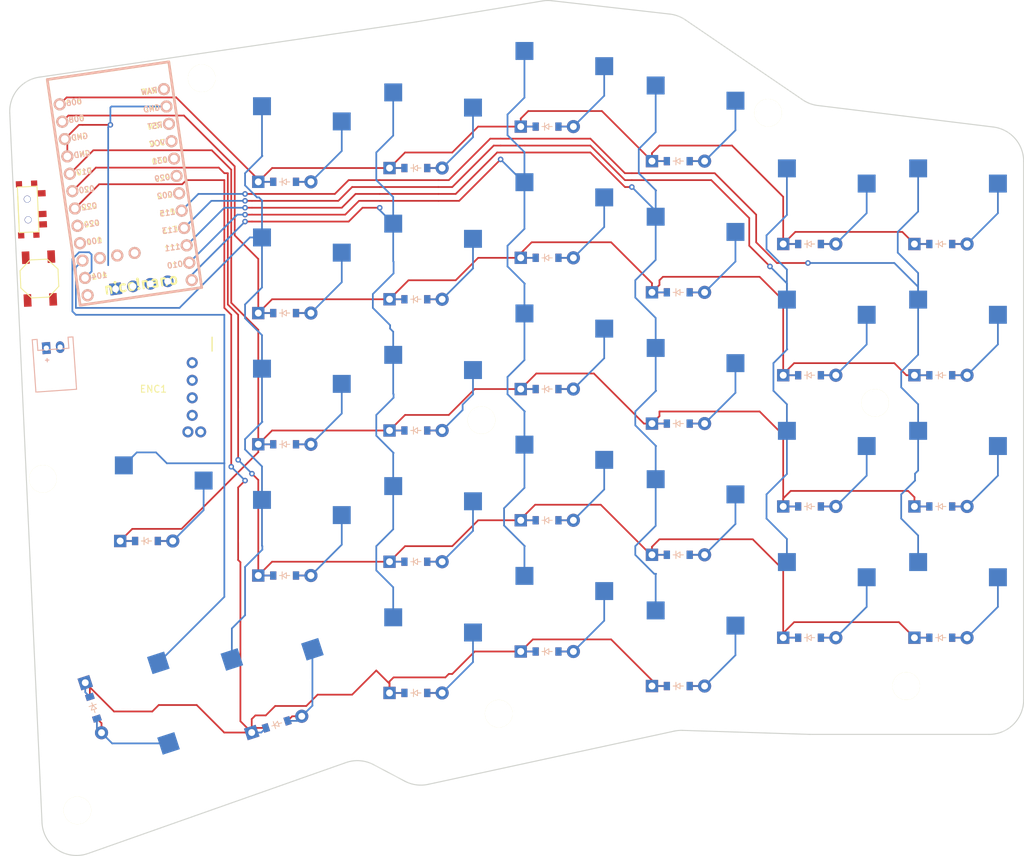
<source format=kicad_pcb>
(kicad_pcb (version 20240108) (generator "pcbnew") (generator_version "8.0")
  (title_block (title "right") (rev "v1.0.0") (company "Unknown"))
  (layers (0 "F.Cu" signal) (31 "B.Cu" signal) (34 "B.Paste" user) (35 "F.Paste" user) (36 "B.SilkS" user "B.Silkscreen") (37 "F.SilkS" user "F.Silkscreen") (38 "B.Mask" user) (39 "F.Mask" user) (44 "Edge.Cuts" user))
  (net 0 "")
  (net 1 "P115")
  (net 2 "mirror_outer_bottom")
  (net 3 "mirror_outer_home")
  (net 4 "mirror_outer_top")
  (net 5 "mirror_outer_num")
  (net 6 "P113")
  (net 7 "mirror_pinky_bottom")
  (net 8 "mirror_pinky_home")
  (net 9 "mirror_pinky_top")
  (net 10 "mirror_pinky_num")
  (net 11 "P111")
  (net 12 "mirror_ring_mod")
  (net 13 "mirror_ring_bottom")
  (net 14 "mirror_ring_home")
  (net 15 "mirror_ring_top")
  (net 16 "mirror_ring_num")
  (net 17 "P010")
  (net 18 "mirror_middle_mod")
  (net 19 "mirror_middle_bottom")
  (net 20 "mirror_middle_home")
  (net 21 "mirror_middle_top")
  (net 22 "mirror_middle_num")
  (net 23 "P009")
  (net 24 "mirror_index_mod")
  (net 25 "mirror_index_bottom")
  (net 26 "mirror_index_home")
  (net 27 "mirror_index_top")
  (net 28 "mirror_index_num")
  (net 29 "P011")
  (net 30 "mirror_inner_bottom")
  (net 31 "mirror_inner_home")
  (net 32 "mirror_inner_top")
  (net 33 "mirror_inner_num")
  (net 34 "P104")
  (net 35 "mirror_inner_mod_home")
  (net 36 "mirror_home_cluster")
  (net 37 "mirror_far_cluster")
  (net 38 "P020")
  (net 39 "P017")
  (net 40 "P008")
  (net 41 "P006")
  (net 42 "P022")
  (net 43 "RAW")
  (net 44 "GND")
  (net 45 "RST")
  (net 46 "VCC")
  (net 47 "P031")
  (net 48 "P029")
  (net 49 "P002")
  (net 50 "P024")
  (net 51 "P100")
  (net 52 "P106")
  (net 53 "P101")
  (net 54 "P102")
  (net 55 "P107")
  (net 56 "pos")
  (net 57 "S2")
  (net 58 "D")
  (footprint "E73:SPDT_C128955" (layer "F.Cu") (at 162.025 102.75 92.5)
    (property "Reference" "T1" (hide yes))
    (property "Value" "" (hide yes))
  )
  (footprint "E73:SW_TACT_ALPS_SKQGABE010" (layer "F.Cu") (at 163.725 112.75 92.5)
    (property "Reference" "B1" (hide yes))
    (property "Value" "" (hide yes))
  )
  (footprint "HOLE_M2_TH" (layer "F.Cu") (at 169.225 189.75)
    (property "Reference" "")
    (property "Value" "")
  )
  (footprint "PG1350" (layer "F.Cu") (at 218.225 91.75)
    (property "Reference" "S23" (hide yes))
    (property "Value" "" (hide yes))
  )
  (footprint "ComboDiode" (layer "F.Cu") (at 275.225 164.75)
    (property "Reference" "D5" (hide yes))
    (property "Value" "" (hide yes))
  )
  (footprint "PG1350" (layer "F.Cu") (at 237.225 142.75)
    (property "Reference" "S15" (hide yes))
    (property "Value" "" (hide yes))
  )
  (footprint "PG1350" (layer "F.Cu") (at 218.225 129.75)
    (property "Reference" "S21" (hide yes))
    (property "Value" "" (hide yes))
  )
  (footprint "ComboDiode" (layer "F.Cu") (at 294.225 126.75)
    (property "Reference" "D3" (hide yes))
    (property "Value" "" (hide yes))
  )
  (footprint "ComboDiode" (layer "F.Cu") (at 237.225 109.75)
    (property "Reference" "D17" (hide yes))
    (property "Value" "" (hide yes))
  )
  (footprint "PG1350" (layer "F.Cu") (at 275.225 121.75)
    (property "Reference" "S7" (hide yes))
    (property "Value" "" (hide yes))
  )
  (footprint "ComboDiode" (layer "F.Cu") (at 275.225 126.75)
    (property "Reference" "D7" (hide yes))
    (property "Value" "" (hide yes))
  )
  (footprint "PG1350" (layer "F.Cu") (at 199.225 93.75)
    (property "Reference" "S27" (hide yes))
    (property "Value" "" (hide yes))
  )
  (footprint "ComboDiode" (layer "F.Cu") (at 256.225 133.75)
    (property "Reference" "D11" (hide yes))
    (property "Value" "" (hide yes))
  )
  (footprint "PG1350" (layer "F.Cu") (at 179.225 145.75)
    (property "Reference" "S28" (hide yes))
    (property "Value" "" (hide yes))
  )
  (footprint "ComboDiode" (layer "F.Cu") (at 237.225 147.75)
    (property "Reference" "D15" (hide yes))
    (property "Value" "" (hide yes))
  )
  (footprint "ComboDiode" (layer "F.Cu") (at 179.225 150.75)
    (property "Reference" "D28" (hide yes))
    (property "Value" "" (hide yes))
  )
  (footprint "PG1350" (layer "F.Cu") (at 218.225 110.75)
    (property "Reference" "S22" (hide yes))
    (property "Value" "" (hide yes))
  )
  (footprint "ComboDiode" (layer "F.Cu") (at 218.225 115.75)
    (property "Reference" "D22" (hide yes))
    (property "Value" "" (hide yes))
  )
  (footprint "ComboDiode" (layer "F.Cu") (at 171.540371 174.888039 -72)
    (property "Reference" "D30" (hide yes))
    (property "Value" "" (hide yes))
  )
  (footprint "HOLE_M2_TH" (layer "F.Cu") (at 289.225 171.75)
    (property "Reference" "")
    (property "Value" "")
  )
  (footprint "PG1350" (layer "F.Cu") (at 237.225 85.75)
    (property "Reference" "S18" (hide yes))
    (property "Value" "" (hide yes))
  )
  (footprint "nice_nano" (layer "F.Cu") (at 176.225 100.25 -81.7)
    (property "Reference" "MCU1" (hide yes))
    (property "Value" "nice_nano" (hide yes))
  )
  (footprint "PG1350" (layer "F.Cu") (at 275.225 102.75)
    (property "Reference" "S8" (hide yes))
    (property "Value" "" (hide yes))
  )
  (footprint "ComboDiode" (layer "F.Cu") (at 237.225 128.75)
    (property "Reference" "D16" (hide yes))
    (property "Value" "" (hide yes))
  )
  (footprint "ComboDiode" (layer "F.Cu") (at 294.225 164.75)
    (property "Reference" "D1" (hide yes))
    (property "Value" "" (hide yes))
  )
  (footprint "PG1350" (layer "F.Cu") (at 218.225 167.75)
    (property "Reference" "S19" (hide yes))
    (property "Value" "" (hide yes))
  )
  (footprint "ComboDiode" (layer "F.Cu") (at 237.225 90.75)
    (property "Reference" "D18" (hide yes))
    (property "Value" "" (hide yes))
  )
  (footprint "PG1350" (layer "F.Cu") (at 237.225 123.75)
    (property "Reference" "S16" (hide yes))
    (property "Value" "" (hide yes))
  )
  (footprint "PG1350" (layer "F.Cu") (at 196.540849 172.547933 18)
    (property "Reference" "S29" (hide yes))
    (property "Value" "" (hide yes))
  )
  (footprint "ComboDiode" (layer "F.Cu") (at 218.225 172.75)
    (property "Reference" "D19" (hide yes))
    (property "Value" "" (hide yes))
  )
  (footprint "PG1350" (layer "F.Cu") (at 275.225 140.75)
    (property "Reference" "S6" (hide yes))
    (property "Value" "" (hide yes))
  )
  (footprint "PG1350" (layer "F.Cu") (at 275.225 159.75)
    (property "Reference" "S5" (hide yes))
    (property "Value" "" (hide yes))
  )
  (footprint "HOLE_M2_TH" (layer "F.Cu") (at 269.225 88.75)
    (property "Reference" "")
    (property "Value" "")
  )
  (footprint "PG1350" (layer "F.Cu") (at 294.225 121.75)
    (property "Reference" "S3" (hide yes))
    (property "Value" "" (hide yes))
  )
  (footprint "ComboDiode" (layer "F.Cu") (at 218.225 134.75)
    (property "Reference" "D21" (hide yes))
    (property "Value" "" (hide yes))
  )
  (footprint "PG1350" (layer "F.Cu") (at 294.225 159.75)
    (property "Reference" "S1" (hide yes))
    (property "Value" "" (hide yes))
  )
  (footprint "ComboDiode" (layer "F.Cu") (at 218.225 96.75)
    (property "Reference" "D23" (hide yes))
    (property "Value" "" (hide yes))
  )
  (footprint "ComboDiode" (layer "F.Cu") (at 199.225 155.75)
    (property "Reference" "D24" (hide yes))
    (property "Value" "" (hide yes))
  )
  (footprint "ComboDiode" (layer "F.Cu") (at 256.225 114.75)
    (property "Reference" "D12" (hide yes))
    (property "Value" "" (hide yes))
  )
  (footprint "PG1350" (layer "F.Cu") (at 256.225 128.75)
    (property "Reference" "S11" (hide yes))
    (property "Value" "" (hide yes))
  )
  (footprint "HOLE_M2_TH" (layer "F.Cu") (at 187.225 83.75)
    (property "Reference" "")
    (property "Value" "")
  )
  (footprint "PG1350" (layer "F.Cu") (at 256.225 166.75)
    (property "Reference" "S9" (hide yes))
    (property "Value" "" (hide yes))
  )
  (footprint "ComboDiode" (layer "F.Cu") (at 275.225 107.75)
    (property "Reference" "D8" (hide yes))
    (property "Value" "" (hide yes))
  )
  (footprint "PG1350" (layer "F.Cu") (at 176.295654 173.342953 -72)
    (property "Reference" "S30" (hide yes))
    (property "Value" "" (hide yes))
  )
  (footprint "PG1350" (layer "F.Cu") (at 199.225 150.75)
    (property "Reference" "S24" (hide yes))
    (property "Value" "" (hide yes))
  )
  (footprint "ComboDiode" (layer "F.Cu") (at 237.225 166.75)
    (property "Reference" "D14" (hide yes))
    (property "Value" "" (hide yes))
  )
  (footprint "ComboDiode" (layer "F.Cu") (at 218.225 153.75)
    (property "Reference" "D20" (hide yes))
    (property "Value" "" (hide yes))
  )
  (footprint "HOLE_M2_TH" (layer "F.Cu") (at 230.225 175.75)
    (property "Reference" "")
    (property "Value" "")
  )
  (footprint "ComboDiode" (layer "F.Cu") (at 256.225 95.75)
    (property "Reference" "D13" (hide yes))
    (property "Value" "" (hide yes))
  )
  (footprint "PG1350" (layer "F.Cu") (at 256.225 90.75)
    (property "Reference" "S13" (hide yes))
    (property "Value" "" (hide yes))
  )
  (footprint "HOLE_M2_TH" (layer "F.Cu") (at 284.725 130.75)
    (property "Reference" "")
    (property "Value" "")
  )
  (footprint "PG1350" (layer "F.Cu") (at 199.225 131.75)
    (property "Reference" "S25" (hide yes))
    (property "Value" "" (hide yes))
  )
  (footprint "ComboDiode" (layer "F.Cu") (at 199.225 117.75)
    (property "Reference" "D26" (hide yes))
    (property "Value" "" (hide yes))
  )
  (footprint "HOLE_M2_TH" (layer "F.Cu") (at 227.725 133.25)
    (property "Reference" "")
    (property "Value" "")
  )
  (footprint "ComboDiode" (layer "F.Cu") (at 199.225 136.75)
    (property "Reference" "D25" (hide yes))
    (property "Value" "" (hide yes))
  )
  (footprint "lib:OLED_headers" (layer "F.Cu") (at 184.225 111.25 -81.7)
    (property "Reference" "OLED1" (hide yes))
    (property "Value" "OLED")
  )
  (footprint "PG1350" (layer "F.Cu") (at 294.225 102.75)
    (property "Reference" "S4" (hide yes))
    (property "Value" "" (hide yes))
  )
  (footprint "ComboDiode" (layer "F.Cu") (at 256.225 171.75)
    (property "Reference" "D9" (hide yes))
    (property "Value" "" (hide yes))
  )
  (footprint "PG1350" (layer "F.Cu") (at 237.225 161.75)
    (property "Reference" "S14" (hide yes))
    (property "Value" "" (hide yes))
  )
  (footprint "HOLE_M2_TH" (layer "F.Cu") (at 164.225 141.75)
    (property "Reference" "")
    (property "Value" "")
  )
  (footprint "ComboDiode" (layer "F.Cu") (at 199.225 98.75)
    (property "Reference" "D27" (hide yes))
    (property "Value" "" (hide yes))
  )
  (footprint "ComboDiode" (layer "F.Cu") (at 198.085934 177.303216 18)
    (property "Reference" "D29" (hide yes))
    (property "Value" "" (hide yes))
  )
  (footprint "ComboDiode" (layer "F.Cu") (at 275.225 145.75)
    (property "Reference" "D6" (hide yes))
    (property "Value" "" (hide yes))
  )
  (footprint "PG1350" (layer "F.Cu") (at 256.225 147.75)
    (property "Reference" "S10" (hide yes))
    (property "Value" "" (hide yes))
  )
  (footprint "PG1350" (layer "F.Cu") (at 218.225 148.75)
    (property "Reference" "S20" (hide yes))
    (property "Value" "" (hide yes))
  )
  (footprint "PG1350" (layer "F.Cu") (at 294.225 140.75)
    (property "Reference" "S2" (hide yes))
    (property "Value" "" (hide yes))
  )
  (footprint "ComboDiode" (layer "F.Cu") (at 256.225 152.75)
    (property "Reference" "D10" (hide yes))
    (property "Value" "" (hide yes))
  )
  (footprint "PG1350" (layer "F.Cu") (at 237.225 104.75)
    (property "Reference" "S17" (hide yes))
    (property "Value" "" (hide yes))
  )
  (footprint "JST_PH_S2B-PH-K_02x2.00mm_Angled" (layer "F.Cu") (at 165.725 122.75 4)
    (property "Reference" "JST1" (hide yes))
    (property "Value" "" (hide yes))
  )
  (footprint "PG1350" (layer "F.Cu") (at 199.225 112.75)
    (property "Reference" "S26" (hide yes))
    (property "Value" "" (hide yes))
  )
  (footprint "ComboDiode" (layer "F.Cu") (at 294.225 145.75)
    (property "Reference" "D2" (hide yes))
    (property "Value" "" (hide yes))
  )
  (footprint "PG1350" (layer "F.Cu") (at 256.225 109.75)
    (property "Reference" "S12" (hide yes))
    (property "Value" "" (hide yes))
  )
  (footprint "Panasonic_EVQWGD001" (layer "F.Cu") (at 180.225 128.75 180)
    (property "Reference" "ENC1")
    (property "Value" "RollerEncoder_Panasonic_EVQWGD001")
  )
  (footprint "ComboDiode" (layer "F.Cu") (at 294.225 107.75)
    (property "Reference" "D4" (hide yes))
    (property "Value" "" (hide yes))
  )
  (gr_line (start 275.303928 178.75) (end 301.225 178.75) (stroke (width 0.15)) (layer "Edge.Cuts"))
  (gr_arc (start 276.429723 87.697675) (mid 275.276169 87.414106) (end 274.222063 86.866419) (stroke (width 0.15)) (layer "Edge.Cuts"))
  (gr_line (start 220.007138 185.984495) (end 255.624321 178.279936) (stroke (width 0.15)) (layer "Edge.Cuts"))
  (gr_arc (start 170.757218 195.9966) (mid 166.299737 195.42666) (end 164.100143 191.508018) (stroke (width 0.15)) (layer "Edge.Cuts"))
  (gr_arc (start 254.994482 74.460757) (mid 256.172422 74.741629) (end 257.24829 75.297453) (stroke (width 0.15)) (layer "Edge.Cuts"))
  (gr_arc (start 218.271175 75.592345) (mid 218.224965 75.599784) (end 218.178688 75.60679) (stroke (width 0.15)) (layer "Edge.Cuts"))
  (gr_line (start 236.53749 72.563982) (end 218.271175 75.592345) (stroke (width 0.15)) (layer "Edge.Cuts"))
  (gr_arc (start 255.624321 178.279937) (mid 256.22841 178.187474) (end 256.839266 178.169398) (stroke (width 0.15)) (layer "Edge.Cuts"))
  (gr_arc (start 301.83335 90.811669) (mid 304.969446 92.461046) (end 306.225 95.774522) (stroke (width 0.15)) (layer "Edge.Cuts"))
  (gr_arc (start 208.097105 182.83445) (mid 210.127603 182.563641) (end 212.096287 183.129804) (stroke (width 0.15)) (layer "Edge.Cuts"))
  (gr_line (start 254.994482 74.460757) (end 237.917476 72.528359) (stroke (width 0.15)) (layer "Edge.Cuts"))
  (gr_line (start 212.096287 183.129804) (end 216.613059 185.517781) (stroke (width 0.15)) (layer "Edge.Cuts"))
  (gr_line (start 256.839266 178.169398) (end 275.146112 178.747509) (stroke (width 0.15)) (layer "Edge.Cuts"))
  (gr_arc (start 159.430358 88.768077) (mid 160.568655 85.358745) (end 163.699903 83.593934) (stroke (width 0.15)) (layer "Edge.Cuts"))
  (gr_line (start 159.430358 88.768076) (end 164.100143 191.508018) (stroke (width 0.15)) (layer "Edge.Cuts"))
  (gr_arc (start 275.303928 178.75) (mid 275.22501 178.749377) (end 275.146112 178.747509) (stroke (width 0.15)) (layer "Edge.Cuts"))
  (gr_line (start 218.178688 75.60679) (end 163.699903 83.593934) (stroke (width 0.15)) (layer "Edge.Cuts"))
  (gr_arc (start 220.007138 185.984495) (mid 218.268877 186.050913) (end 216.613059 185.517781) (stroke (width 0.15)) (layer "Edge.Cuts"))
  (gr_arc (start 236.53749 72.563982) (mid 237.226248 72.498317) (end 237.917476 72.528359) (stroke (width 0.15)) (layer "Edge.Cuts"))
  (gr_line (start 170.757219 195.996601) (end 208.097104 182.834449) (stroke (width 0.15)) (layer "Edge.Cuts"))
  (gr_line (start 306.225 173.75) (end 306.225 95.774522) (stroke (width 0.15)) (layer "Edge.Cuts"))
  (gr_line (start 301.83335 90.811669) (end 276.429723 87.697676) (stroke (width 0.15)) (layer "Edge.Cuts"))
  (gr_arc (start 306.225 173.75) (mid 304.760534 177.285534) (end 301.225 178.75) (stroke (width 0.15)) (layer "Edge.Cuts"))
  (gr_line (start 274.222063 86.866419) (end 257.24829 75.297453) (stroke (width 0.15)) (layer "Edge.Cuts"))
  (segment (start 270.5 110.5) (end 267.5 107.5) (width 0.25) (layer "F.Cu") (net 1))
  (segment (start 248.5 97.5) (end 243.5 92.5) (width 0.25) (layer "F.Cu") (net 1))
  (segment (start 243.5 92.5) (end 230.5 92.5) (width 0.25) (layer "F.Cu") (net 1))
  (segment (start 267.5 107.5) (end 267.5 103.5) (width 0.25) (layer "F.Cu") (net 1))
  (segment (start 230.5 92.5) (end 229 92.5) (width 0.25) (layer "F.Cu") (net 1))
  (segment (start 261.5 97.5) (end 249.5 97.5) (width 0.25) (layer "F.Cu") (net 1))
  (segment (start 229 92.5) (end 223 98.5) (width 0.25) (layer "F.Cu") (net 1))
  (segment (start 213 98.5) (end 208.5 98.5) (width 0.25) (layer "F.Cu") (net 1))
  (segment (start 275 110.5) (end 270.5 110.5) (width 0.25) (layer "F.Cu") (net 1))
  (segment (start 223 98.5) (end 221.5 98.5) (width 0.25) (layer "F.Cu") (net 1))
  (segment (start 206.5 100.5) (end 194.5 100.5) (width 0.25) (layer "F.Cu") (net 1))
  (segment (start 208.5 98.5) (end 206.5 100.5) (width 0.25) (layer "F.Cu") (net 1))
  (segment (start 194.5 100.5) (end 193.5 100.5) (width 0.25) (layer "F.Cu") (net 1))
  (segment (start 221.5 98.5) (end 213 98.5) (width 0.25) (layer "F.Cu") (net 1))
  (segment (start 267.5 103.5) (end 261.5 97.5) (width 0.25) (layer "F.Cu") (net 1))
  (segment (start 249.5 97.5) (end 248.5 97.5) (width 0.25) (layer "F.Cu") (net 1))
  (via (at 275 110.5) (size 0.8) (drill 0.4) (layers "F.Cu" "B.Cu") (net 1))
  (via (at 193.5 100.5) (size 0.8) (drill 0.4) (layers "F.Cu" "B.Cu") (net 1))
  (segment (start 290.95 130.95) (end 288.5 128.5) (width 0.25) (layer "B.Cu") (net 1))
  (segment (start 287.5 110.5) (end 275 110.5) (width 0.25) (layer "B.Cu") (net 1))
  (segment (start 290.5 142) (end 290.5 141) (width 0.25) (layer "B.Cu") (net 1))
  (segment (start 290.95 113.95) (end 287.5 110.5) (width 0.25) (layer "B.Cu") (net 1))
  (segment (start 290.95 149.95) (end 288.5 147.5) (width 0.25) (layer "B.Cu") (net 1))
  (segment (start 288 106) (end 290.95 103.05) (width 0.25) (layer "B.Cu") (net 1))
  (segment (start 290.95 115.8) (end 290.95 113.95) (width 0.25) (layer "B.Cu") (net 1))
  (segment (start 288.5 147.5) (end 288.5 144) (width 0.25) (layer "B.Cu") (net 1))
  (segment (start 288.5 126.237) (end 290.95 123.787) (width 0.25) (layer "B.Cu") (net 1))
  (segment (start 288.5 128.5) (end 288.5 126.237) (width 0.25) (layer "B.Cu") (net 1))
  (segment (start 288 109) (end 288 106) (width 0.25) (layer "B.Cu") (net 1))
  (segment (start 288.5 144) (end 290.5 142) (width 0.25) (layer "B.Cu") (net 1))
  (segment (start 290.95 153.8) (end 290.95 149.95) (width 0.25) (layer "B.Cu") (net 1))
  (segment (start 193.5 100.5) (end 186.735283 100.5) (width 0.25) (layer "B.Cu") (net 1))
  (segment (start 290.95 123.787) (end 290.95 115.8) (width 0.25) (layer "B.Cu") (net 1))
  (segment (start 290.5 141) (end 290.95 140.55) (width 0.25) (layer "B.Cu") (net 1))
  (segment (start 186.735283 100.5) (end 184.315184 102.920099) (width 0.25) (layer "B.Cu") (net 1))
  (segment (start 290.95 115.8) (end 290.95 111.95) (width 0.25) (layer "B.Cu") (net 1))
  (segment (start 290.95 134.8) (end 290.95 130.95) (width 0.25) (layer "B.Cu") (net 1))
  (segment (start 290.95 140.55) (end 290.95 134.8) (width 0.25) (layer "B.Cu") (net 1))
  (segment (start 290.95 111.95) (end 288 109) (width 0.25) (layer "B.Cu") (net 1))
  (segment (start 290.95 103.05) (end 290.95 96.8) (width 0.25) (layer "B.Cu") (net 1))
  (segment (start 298.035 164.75) (end 295.875 164.75) (width 0.25) (layer "F.Cu") (net 2))
  (segment (start 298.035 164.75) (end 295.875 164.75) (width 0.25) (layer "B.Cu") (net 2))
  (segment (start 302.5 160.285) (end 298.035 164.75) (width 0.25) (layer "B.Cu") (net 2))
  (segment (start 302.5 156) (end 302.5 160.285) (width 0.25) (layer "B.Cu") (net 2))
  (segment (start 298.035 145.75) (end 295.875 145.75) (width 0.25) (layer "F.Cu") (net 3))
  (segment (start 295.875 145.75) (end 298.035 145.75) (width 0.25) (layer "B.Cu") (net 3))
  (segment (start 302.5 141.285) (end 298.035 145.75) (width 0.25) (layer "B.Cu") (net 3))
  (segment (start 302.5 137) (end 302.5 141.285) (width 0.25) (layer "B.Cu") (net 3))
  (segment (start 298.035 126.75) (end 295.875 126.75) (width 0.25) (layer "F.Cu") (net 4))
  (segment (start 298.035 126.75) (end 295.875 126.75) (width 0.25) (layer "B.Cu") (net 4))
  (segment (start 302.5 118) (end 302.5 122.285) (width 0.25) (layer "B.Cu") (net 4))
  (segment (start 302.5 122.285) (end 298.035 126.75) (width 0.25) (layer "B.Cu") (net 4))
  (segment (start 298.035 107.75) (end 295.875 107.75) (width 0.25) (layer "F.Cu") (net 5))
  (segment (start 302.5 103.285) (end 298.035 107.75) (width 0.25) (layer "B.Cu") (net 5))
  (segment (start 295.875 107.75) (end 298.035 107.75) (width 0.25) (layer "B.Cu") (net 5))
  (segment (start 302.5 99) (end 302.5 103.285) (width 0.25) (layer "B.Cu") (net 5))
  (segment (start 229.5 93.5) (end 223.5 99.5) (width 0.25) (layer "F.Cu") (net 6))
  (segment (start 194.5 101.5) (end 193.5 101.5) (width 0.25) (layer "F.Cu") (net 6))
  (segment (start 223.5 99.5) (end 221.5 99.5) (width 0.25) (layer "F.Cu") (net 6))
  (segment (start 266.5 104) (end 261 98.5) (width 0.25) (layer "F.Cu") (net 6))
  (segment (start 269.5 111) (end 266.5 108) (width 0.25) (layer "F.Cu") (net 6))
  (segment (start 248.5 98.5) (end 243.5 93.5) (width 0.25) (layer "F.Cu") (net 6))
  (segment (start 221.5 99.5) (end 213 99.5) (width 0.25) (layer "F.Cu") (net 6))
  (segment (start 234 93.5) (end 230.5 93.5) (width 0.25) (layer "F.Cu") (net 6))
  (segment (start 249.5 98.5) (end 248.5 98.5) (width 0.25) (layer "F.Cu") (net 6))
  (segment (start 209 99.5) (end 207 101.5) (width 0.25) (layer "F.Cu") (net 6))
  (segment (start 230.5 93.5) (end 229.5 93.5) (width 0.25) (layer "F.Cu") (net 6))
  (segment (start 252 98.5) (end 249.5 98.5) (width 0.25) (layer "F.Cu") (net 6))
  (segment (start 213 99.5) (end 209 99.5) (width 0.25) (layer "F.Cu") (net 6))
  (segment (start 261 98.5) (end 252 98.5) (width 0.25) (layer "F.Cu") (net 6))
  (segment (start 243.5 93.5) (end 234 93.5) (width 0.25) (layer "F.Cu") (net 6))
  (segment (start 207 101.5) (end 194.5 101.5) (width 0.25) (layer "F.Cu") (net 6))
  (segment (start 266.5 108) (end 266.5 104) (width 0.25) (layer "F.Cu") (net 6))
  (via (at 193.5 101.5) (size 0.8) (drill 0.4) (layers "F.Cu" "B.Cu") (net 6))
  (via (at 269.5 111) (size 0.8) (drill 0.4) (layers "F.Cu" "B.Cu") (net 6))
  (segment (start 269 106.5) (end 271.95 103.55) (width 0.25) (layer "B.Cu") (net 6))
  (segment (start 271.95 111.45) (end 269 108.5) (width 0.25) (layer "B.Cu") (net 6))
  (segment (start 271.95 134.8) (end 271.95 130.95) (width 0.25) (layer "B.Cu") (net 6))
  (segment (start 271.95 141.05) (end 271.95 134.8) (width 0.25) (layer "B.Cu") (net 6))
  (segment (start 271.95 115.8) (end 271.95 111.45) (width 0.25) (layer "B.Cu") (net 6))
  (segment (start 188.615343 101.5) (end 184.681848 105.433495) (width 0.25) (layer "B.Cu") (net 6))
  (segment (start 193.5 101.5) (end 188.615343 101.5) (width 0.25) (layer "B.Cu") (net 6))
  (segment (start 269 144) (end 271.95 141.05) (width 0.25) (layer "B.Cu") (net 6))
  (segment (start 272 123) (end 271.95 122.95) (width 0.25) (layer "B.Cu") (net 6))
  (segment (start 271.95 103.55) (end 271.95 96.8) (width 0.25) (layer "B.Cu") (net 6))
  (segment (start 270 125) (end 272 123) (width 0.25) (layer "B.Cu") (net 6))
  (segment (start 271.95 150.45) (end 269 147.5) (width 0.25) (layer "B.Cu") (net 6))
  (segment (start 271.95 153.8) (end 271.95 150.45) (width 0.25) (layer "B.Cu") (net 6))
  (segment (start 271.95 113.45) (end 269.5 111) (width 0.25) (layer "B.Cu") (net 6))
  (segment (start 270 129) (end 270 125) (width 0.25) (layer "B.Cu") (net 6))
  (segment (start 271.95 130.95) (end 270 129) (width 0.25) (layer "B.Cu") (net 6))
  (segment (start 269 108.5) (end 269 106.5) (width 0.25) (layer "B.Cu") (net 6))
  (segment (start 271.95 122.95) (end 271.95 115.8) (width 0.25) (layer "B.Cu") (net 6))
  (segment (start 271.95 115.8) (end 271.95 113.45) (width 0.25) (layer "B.Cu") (net 6))
  (segment (start 269 147.5) (end 269 144) (width 0.25) (layer "B.Cu") (net 6))
  (segment (start 279.035 164.75) (end 276.875 164.75) (width 0.25) (layer "F.Cu") (net 7))
  (segment (start 283.5 156) (end 283.5 160.285) (width 0.25) (layer "B.Cu") (net 7))
  (segment (start 279.035 164.75) (end 276.875 164.75) (width 0.25) (layer "B.Cu") (net 7))
  (segment (start 283.5 160.285) (end 279.035 164.75) (width 0.25) (layer "B.Cu") (net 7))
  (segment (start 279.035 145.75) (end 276.875 145.75) (width 0.25) (layer "F.Cu") (net 8))
  (segment (start 283.5 141.285) (end 279.035 145.75) (width 0.25) (layer "B.Cu") (net 8))
  (segment (start 276.875 145.75) (end 279.035 145.75) (width 0.25) (layer "B.Cu") (net 8))
  (segment (start 283.5 137) (end 283.5 141.285) (width 0.25) (layer "B.Cu") (net 8))
  (segment (start 279.035 126.75) (end 276.875 126.75) (width 0.25) (layer "F.Cu") (net 9))
  (segment (start 283.5 122.285) (end 279.035 126.75) (width 0.25) (layer "B.Cu") (net 9))
  (segment (start 279.035 126.75) (end 276.875 126.75) (width 0.25) (layer "B.Cu") (net 9))
  (segment (start 283.5 118) (end 283.5 122.285) (width 0.25) (layer "B.Cu") (net 9))
  (segment (start 279.035 107.75) (end 276.875 107.75) (width 0.25) (layer "F.Cu") (net 10))
  (segment (start 283.5 103.285) (end 279.035 107.75) (width 0.25) (layer "B.Cu") (net 10))
  (segment (start 276.875 107.75) (end 279.035 107.75) (width 0.25) (layer "B.Cu") (net 10))
  (segment (start 283.5 99) (end 283.5 103.285) (width 0.25) (layer "B.Cu") (net 10))
  (segment (start 224 100.5) (end 221.5 100.5) (width 0.25) (layer "F.Cu") (net 11))
  (segment (start 243.5 94.5) (end 230.5 94.5) (width 0.25) (layer "F.Cu") (net 11))
  (segment (start 194.5 102.5) (end 193.5 102.5) (width 0.25) (layer "F.Cu") (net 11))
  (segment (start 248.5 99.5) (end 243.5 94.5) (width 0.25) (layer "F.Cu") (net 11))
  (segment (start 207.5 102.5) (end 194.5 102.5) (width 0.25) (layer "F.Cu") (net 11))
  (segment (start 230 94.5) (end 224 100.5) (width 0.25) (layer "F.Cu") (net 11))
  (segment (start 230.5 94.5) (end 230 94.5) (width 0.25) (layer "F.Cu") (net 11))
  (segment (start 209.5 100.5) (end 207.5 102.5) (width 0.25) (layer "F.Cu") (net 11))
  (segment (start 213 100.5) (end 209.5 100.5) (width 0.25) (layer "F.Cu") (net 11))
  (segment (start 249.5 99.5) (end 248.5 99.5) (width 0.25) (layer "F.Cu") (net 11))
  (segment (start 221.5 100.5) (end 213 100.5) (width 0.25) (layer "F.Cu") (net 11))
  (via (at 193.5 102.5) (size 0.8) (drill 0.4) (layers "F.Cu" "B.Cu") (net 11))
  (via (at 249.5 99.5) (size 0.8) (drill 0.4) (layers "F.Cu" "B.Cu") (net 11))
  (segment (start 250 132) (end 253 129) (width 0.25) (layer "B.Cu") (net 11))
  (segment (start 252.95 155.55) (end 253 155.5) (width 0.25) (layer "B.Cu") (net 11))
  (segment (start 250.5 97.5) (end 253 100) (width 0.25) (layer "B.Cu") (net 11))
  (segment (start 253 155.5) (end 252.737 155.5) (width 0.25) (layer "B.Cu") (net 11))
  (segment (start 253 129) (end 252.95 128.95) (width 0.25) (layer "B.Cu") (net 11))
  (segment (start 252.95 110.05) (end 252.95 103.8) (width 0.25) (layer "B.Cu") (net 11))
  (segment (start 252.95 84.8) (end 252.95 91.55) (width 0.25) (layer "B.Cu") (net 11))
  (segment (start 252.95 122.8) (end 252.95 118.45) (width 0.25) (layer "B.Cu") (net 11))
  (segment (start 250 134) (end 250 132) (width 0.25) (layer "B.Cu") (net 11))
  (segment (start 252.95 137.05) (end 253 137) (width 0.25) (layer "B.Cu") (net 11))
  (segment (start 252.95 102.95) (end 249.5 99.5) (width 0.25) (layer "B.Cu") (net 11))
  (segment (start 252.95 91.55) (end 250.5 94) (width 0.25) (layer "B.Cu") (net 11))
  (segment (start 252.95 118.45) (end 250 115.5) (width 0.25) (layer "B.Cu") (net 11))
  (segment (start 252.95 128.95) (end 252.95 122.8) (width 0.25) (layer "B.Cu") (net 11))
  (segment (start 190.495403 102.5) (end 185.048513 107.94689) (width 0.25) (layer "B.Cu") (net 11))
  (segment (start 250 152.763) (end 250 151.5) (width 0.25) (layer "B.Cu") (net 11))
  (segment (start 252.95 148.55) (end 252.95 141.8) (width 0.25) (layer "B.Cu") (net 11))
  (segment (start 252.95 141.8) (end 252.95 137.05) (width 0.25) (layer "B.Cu") (net 11))
  (segment (start 250 115.5) (end 250 113) (width 0.25) (layer "B.Cu") (net 11))
  (segment (start 253 137) (end 250 134) (width 0.25) (layer "B.Cu") (net 11))
  (segment (start 252.95 103.8) (end 252.95 102.95) (width 0.25) (layer "B.Cu") (net 11))
  (segment (start 250 113) (end 252.95 110.05) (width 0.25) (layer "B.Cu") (net 11))
  (segment (start 252.95 100.05) (end 252.95 103.8) (width 0.25) (layer "B.Cu") (net 11))
  (segment (start 253 100) (end 252.95 100.05) (width 0.25) (layer "B.Cu") (net 11))
  (segment (start 252.95 160.8) (end 252.95 155.55) (width 0.25) (layer "B.Cu") (net 11))
  (segment (start 250.5 94) (end 250.5 97.5) (width 0.25) (layer "B.Cu") (net 11))
  (segment (start 252.737 155.5) (end 250 152.763) (width 0.25) (layer "B.Cu") (net 11))
  (segment (start 250 151.5) (end 252.95 148.55) (width 0.25) (layer "B.Cu") (net 11))
  (segment (start 193.5 102.5) (end 190.495403 102.5) (width 0.25) (layer "B.Cu") (net 11))
  (segment (start 260.035 171.75) (end 257.875 171.75) (width 0.25) (layer "F.Cu") (net 12))
  (segment (start 264.5 163) (end 264.5 167.285) (width 0.25) (layer "B.Cu") (net 12))
  (segment (start 264.5 167.285) (end 260.035 171.75) (width 0.25) (layer "B.Cu") (net 12))
  (segment (start 260.035 171.75) (end 257.875 171.75) (width 0.25) (layer "B.Cu") (net 12))
  (segment (start 260.035 152.75) (end 257.875 152.75) (width 0.25) (layer "F.Cu") (net 13))
  (segment (start 264.5 148.285) (end 260.035 152.75) (width 0.25) (layer "B.Cu") (net 13))
  (segment (start 264.5 144) (end 264.5 148.285) (width 0.25) (layer "B.Cu") (net 13))
  (segment (start 260.035 152.75) (end 257.875 152.75) (width 0.25) (layer "B.Cu") (net 13))
  (segment (start 260.035 133.75) (end 257.875 133.75) (width 0.25) (layer "F.Cu") (net 14))
  (segment (start 264.5 125) (end 264.5 129.285) (width 0.25) (layer "B.Cu") (net 14))
  (segment (start 264.5 129.285) (end 260.035 133.75) (width 0.25) (layer "B.Cu") (net 14))
  (segment (start 260.035 133.75) (end 257.875 133.75) (width 0.25) (layer "B.Cu") (net 14))
  (segment (start 260.035 114.75) (end 257.875 114.75) (width 0.25) (layer "F.Cu") (net 15))
  (segment (start 264.5 110.285) (end 260.035 114.75) (width 0.25) (layer "B.Cu") (net 15))
  (segment (start 260.035 114.75) (end 257.875 114.75) (width 0.25) (layer "B.Cu") (net 15))
  (segment (start 264.5 106) (end 264.5 110.285) (width 0.25) (layer "B.Cu") (net 15))
  (segment (start 260.035 95.75) (end 257.875 95.75) (width 0.25) (layer "F.Cu") (net 16))
  (segment (start 264.5 87) (end 264.5 91.285) (width 0.25) (layer "B.Cu") (net 16))
  (segment (start 260.035 95.75) (end 257.875 95.75) (width 0.25) (layer "B.Cu") (net 16))
  (segment (start 264.5 91.285) (end 260.035 95.75) (width 0.25) (layer "B.Cu") (net 16))
  (segment (start 210 101.5) (end 208 103.5) (width 0.25) (layer "F.Cu") (net 17))
  (segment (start 213 101.5) (end 210 101.5) (width 0.25) (layer "F.Cu") (net 17))
  (segment (start 208 103.5) (end 194.5 103.5) (width 0.25) (layer "F.Cu") (net 17))
  (segment (start 230.5 95.5) (end 224.5 101.5) (width 0.25) (layer "F.Cu") (net 17))
  (segment (start 221.5 101.5) (end 213 101.5) (width 0.25) (layer "F.Cu") (net 17))
  (segment (start 194.5 103.5) (end 193.5 103.5) (width 0.25) (layer "F.Cu") (net 17))
  (segment (start 224.5 101.5) (end 221.5 101.5) (width 0.25) (layer "F.Cu") (net 17))
  (via (at 193.5 103.5) (size 0.8) (drill 0.4) (layers "F.Cu" "B.Cu") (net 17))
  (via (at 230.5 95.5) (size 0.8) (drill 0.4) (layers "F.Cu" "B.Cu") (net 17))
  (segment (start 231 148.5) (end 231 146) (width 0.25) (layer "B.Cu") (net 17))
  (segment (start 233.95 94.45) (end 231.5 92) (width 0.25) (layer "B.Cu") (net 17))
  (segment (start 231.5 92) (end 231.5 89) (width 0.25) (layer "B.Cu") (net 17))
  (segment (start 231 146) (end 233.95 143.05) (width 0.25) (layer "B.Cu") (net 17))
  (segment (start 233.95 132.05) (end 234 132) (width 0.25) (layer "B.Cu") (net 17))
  (segment (start 234 113.5) (end 231.5 111) (width 0.25) (layer "B.Cu") (net 17))
  (segment (start 233.95 136.8) (end 233.95 132.05) (width 0.25) (layer "B.Cu") (net 17))
  (segment (start 233.95 98.8) (end 233.95 94.45) (width 0.25) (layer "B.Cu") (net 17))
  (segment (start 233.95 113.55) (end 234 113.5) (width 0.25) (layer "B.Cu") (net 17))
  (segment (start 233.8 98.8) (end 230.5 95.5) (width 0.25) (layer "B.Cu") (net 17))
  (segment (start 233.95 117.8) (end 233.95 113.55) (width 0.25) (layer "B.Cu") (net 17))
  (segment (start 234 132) (end 231.5 129.5) (width 0.25) (layer "B.Cu") (net 17))
  (segment (start 231.5 111) (end 231.5 108) (width 0.25) (layer "B.Cu") (net 17))
  (segment (start 231.5 89) (end 233.95 86.55) (width 0.25) (layer "B.Cu") (net 17))
  (segment (start 231.5 127) (end 233.95 124.55) (width 0.25) (layer "B.Cu") (net 17))
  (segment (start 192.375464 103.5) (end 185.415178 110.460286) (width 0.25) (layer "B.Cu") (net 17))
  (segment (start 233.95 143.05) (end 233.95 136.8) (width 0.25) (layer "B.Cu") (net 17))
  (segment (start 231.5 129.5) (end 231.5 127) (width 0.25) (layer "B.Cu") (net 17))
  (segment (start 233.95 155.8) (end 233.95 151.55) (width 0.25) (layer "B.Cu") (net 17))
  (segment (start 193.5 103.5) (end 192.375464 103.5) (width 0.25) (layer "B.Cu") (net 17))
  (segment (start 234 151.5) (end 231 148.5) (width 0.25) (layer "B.Cu") (net 17))
  (segment (start 233.95 98.8) (end 233.8 98.8) (width 0.25) (layer "B.Cu") (net 17))
  (segment (start 233.95 151.55) (end 234 151.5) (width 0.25) (layer "B.Cu") (net 17))
  (segment (start 233.95 86.55) (end 233.95 79.8) (width 0.25) (layer "B.Cu") (net 17))
  (segment (start 233.95 124.55) (end 233.95 117.8) (width 0.25) (layer "B.Cu") (net 17))
  (segment (start 231.5 108) (end 233.95 105.55) (width 0.25) (layer "B.Cu") (net 17))
  (segment (start 233.95 105.55) (end 233.95 98.8) (width 0.25) (layer "B.Cu") (net 17))
  (segment (start 241.035 166.75) (end 238.875 166.75) (width 0.25) (layer "F.Cu") (net 18))
  (segment (start 238.875 166.75) (end 241.035 166.75) (width 0.25) (layer "B.Cu") (net 18))
  (segment (start 245.5 158) (end 245.5 162.285) (width 0.25) (layer "B.Cu") (net 18))
  (segment (start 245.5 162.285) (end 241.035 166.75) (width 0.25) (layer "B.Cu") (net 18))
  (segment (start 241.035 147.75) (end 238.875 147.75) (width 0.25) (layer "F.Cu") (net 19))
  (segment (start 245.5 143.285) (end 241.035 147.75) (width 0.25) (layer "B.Cu") (net 19))
  (segment (start 245.5 139) (end 245.5 143.285) (width 0.25) (layer "B.Cu") (net 19))
  (segment (start 238.875 147.75) (end 241.035 147.75) (width 0.25) (layer "B.Cu") (net 19))
  (segment (start 241.035 128.75) (end 238.875 128.75) (width 0.25) (layer "F.Cu") (net 20))
  (segment (start 245.5 124.285) (end 241.035 128.75) (width 0.25) (layer "B.Cu") (net 20))
  (segment (start 238.875 128.75) (end 241.035 128.75) (width 0.25) (layer "B.Cu") (net 20))
  (segment (start 245.5 120) (end 245.5 124.285) (width 0.25) (layer "B.Cu") (net 20))
  (segment (start 241.035 109.75) (end 238.875 109.75) (width 0.25) (layer "F.Cu") (net 21))
  (segment (start 245.5 105.285) (end 241.035 109.75) (width 0.25) (layer "B.Cu") (net 21))
  (segment (start 238.875 109.75) (end 241.035 109.75) (width 0.25) (layer "B.Cu") (net 21))
  (segment (start 245.5 101) (end 245.5 105.285) (width 0.25) (layer "B.Cu") (net 21))
  (segment (start 241.035 90.75) (end 238.875 90.75) (width 0.25) (layer "F.Cu") (net 22))
  (segment (start 245.5 82) (end 245.5 86.285) (width 0.25) (layer "B.Cu") (net 22))
  (segment (start 238.875 90.75) (end 241.035 90.75) (width 0.25) (layer "B.Cu") (net 22))
  (segment (start 245.5 86.285) (end 241.035 90.75) (width 0.25) (layer "B.Cu") (net 22))
  (segment (start 210.5 102.5) (end 208.5 104.5) (width 0.25) (layer "F.Cu") (net 23))
  (segment (start 194.5 104.5) (end 193.5 104.5) (width 0.25) (layer "F.Cu") (net 23))
  (segment (start 208.5 104.5) (end 194.5 104.5) (width 0.25) (layer "F.Cu") (net 23))
  (segment (start 213 102.5) (end 210.5 102.5) (width 0.25) (layer "F.Cu") (net 23))
  (via (at 213 102.5) (size 0.8) (drill 0.4) (layers "F.Cu" "B.Cu") (net 23))
  (via (at 193.5 104.5) (size 0.8) (drill 0.4) (layers "F.Cu" "B.Cu") (net 23))
  (segment (start 214.5 120) (end 214.95 120.45) (width 0.25) (layer "B.Cu") (net 23))
  (segment (start 214.95 104.8) (end 214.95 110.258684) (width 0.25) (layer "B.Cu") (net 23))
  (segment (start 214.95 85.8) (end 214.95 92.05) (width 0.25) (layer "B.Cu") (net 23))
  (segment (start 212.5 151.5) (end 214.95 149.05) (width 0.25) (layer "B.Cu") (net 23))
  (segment (start 214.95 129.45) (end 214.95 123.8) (width 0.25) (layer "B.Cu") (net 23))
  (segment (start 214.95 157.45) (end 212.5 155) (width 0.25) (layer "B.Cu") (net 23))
  (segment (start 212 117) (end 214.5 119.5) (width 0.25) (layer "B.Cu") (net 23))
  (segment (start 212.5 135.5) (end 212.5 132.5) (width 0.25) (layer "B.Cu") (net 23))
  (segment (start 212.5 98.5) (end 214.95 100.95) (width 0.25) (layer "B.Cu") (net 23))
  (segment (start 214.95 110.258684) (end 215 110.308684) (width 0.25) (layer "B.Cu") (net 23))
  (segment (start 214.95 142.8) (end 214.95 138.05) (width 0.25) (layer "B.Cu") (net 23))
  (segment (start 214.95 138.05) (end 215 138) (width 0.25) (layer "B.Cu") (net 23))
  (segment (start 214.95 100.95) (end 214.95 104.8) (width 0.25) (layer "B.Cu") (net 23))
  (segment (start 214.95 92.05) (end 212.5 94.5) (width 0.25) (layer "B.Cu") (net 23))
  (segment (start 214.95 120.45) (end 214.95 123.8) (width 0.25) (layer "B.Cu") (net 23))
  (segment (start 215 110.308684) (end 215 112) (width 0.25) (layer "B.Cu") (net 23))
  (segment (start 215 129.5) (end 214.95 129.45) (width 0.25) (layer "B.Cu") (net 23))
  (segment (start 214.95 104.8) (end 213 102.85) (width 0.25) (layer "B.Cu") (net 23))
  (segment (start 185.781843 112.218157) (end 185.781843 112.973681) (width 0.25) (layer "B.Cu") (net 23))
  (segment (start 214.95 161.8) (end 214.95 157.45) (width 0.25) (layer "B.Cu") (net 23))
  (segment (start 212.5 94.5) (end 212.5 98.5) (width 0.25) (layer "B.Cu") (net 23))
  (segment (start 212.5 155) (end 212.5 151.5) (width 0.25) (layer "B.Cu") (net 23))
  (segment (start 213 102.85) (end 213 102.5) (width 0.25) (layer "B.Cu") (net 23))
  (segment (start 214.5 119.5) (end 214.5 120) (width 0.25) (layer "B.Cu") (net 23))
  (segment (start 212.5 132.5) (end 215 130) (width 0.25) (layer "B.Cu") (net 23))
  (segment (start 215 130) (end 215 129.5) (width 0.25) (layer "B.Cu") (net 23))
  (segment (start 193.5 104.5) (end 185.781843 112.218157) (width 0.25) (layer "B.Cu") (net 23))
  (segment (start 212 115) (end 212 117) (width 0.25) (layer "B.Cu") (net 23))
  (segment (start 215 138) (end 212.5 135.5) (width 0.25) (layer "B.Cu") (net 23))
  (segment (start 215 112) (end 212 115) (width 0.25) (layer "B.Cu") (net 23))
  (segment (start 214.95 149.05) (end 214.95 142.8) (width 0.25) (layer "B.Cu") (net 23))
  (segment (start 222.035 172.75) (end 219.875 172.75) (width 0.25) (layer "F.Cu") (net 24))
  (segment (start 219.875 172.75) (end 222.035 172.75) (width 0.25) (layer "B.Cu") (net 24))
  (segment (start 226.5 168.285) (end 222.035 172.75) (width 0.25) (layer "B.Cu") (net 24))
  (segment (start 226.5 164) (end 226.5 168.285) (width 0.25) (layer "B.Cu") (net 24))
  (segment (start 222.035 153.75) (end 219.875 153.75) (width 0.25) (layer "F.Cu") (net 25))
  (segment (start 219.875 153.75) (end 222.035 153.75) (width 0.25) (layer "B.Cu") (net 25))
  (segment (start 226.5 149.285) (end 222.035 153.75) (width 0.25) (layer "B.Cu") (net 25))
  (segment (start 226.5 145) (end 226.5 149.285) (width 0.25) (layer "B.Cu") (net 25))
  (segment (start 222.035 134.75) (end 219.875 134.75) (width 0.25) (layer "F.Cu") (net 26))
  (segment (start 225 131) (end 225 131.785) (width 0.25) (layer "B.Cu") (net 26))
  (segment (start 226.5 129.5) (end 225 131) (width 0.25) (layer "B.Cu") (net 26))
  (segment (start 226.5 126) (end 226.5 129.5) (width 0.25) (layer "B.Cu") (net 26))
  (segment (start 219.875 134.75) (end 222.035 134.75) (width 0.25) (layer "B.Cu") (net 26))
  (segment (start 225 131.785) (end 222.035 134.75) (width 0.25) (layer "B.Cu") (net 26))
  (segment (start 222.035 115.75) (end 219.875 115.75) (width 0.25) (layer "F.Cu") (net 27))
  (segment (start 226.5 111.285) (end 222.035 115.75) (width 0.25) (layer "B.Cu") (net 27))
  (segment (start 219.875 115.75) (end 222.035 115.75) (width 0.25) (layer "B.Cu") (net 27))
  (segment (start 226.5 107) (end 226.5 111.285) (width 0.25) (layer "B.Cu") (net 27))
  (segment (start 222.035 96.75) (end 219.875 96.75) (width 0.25) (layer "F.Cu") (net 28))
  (segment (start 226.5 92.285) (end 222.035 96.75) (width 0.25) (layer "B.Cu") (net 28))
  (segment (start 226.5 88) (end 226.5 92.285) (width 0.25) (layer "B.Cu") (net 28))
  (segment (start 219.875 96.75) (end 222.035 96.75) (width 0.25) (layer "B.Cu") (net 28))
  (segment (start 195.5 101) (end 195.237 101) (width 0.25) (layer "B.Cu") (net 29))
  (segment (start 193.5 137.5) (end 193.5 136) (width 0.25) (layer "B.Cu") (net 29))
  (segment (start 195.237 101) (end 193.5 99.263) (width 0.25) (layer "B.Cu") (net 29))
  (segment (start 191.587488 163.412512) (end 193.5 161.5) (width 0.25) (layer "B.Cu") (net 29))
  (segment (start 195.95 144.8) (end 195.95 139.95) (width 0.25) (layer "B.Cu") (net 29))
  (segment (start 195.95 133.45) (end 195.95 125.8) (width 0.25) (layer "B.Cu") (net 29))
  (segment (start 196 133.5) (end 195.95 133.45) (width 0.25) (layer "B.Cu") (net 29))
  (segment (start 196 101.5) (end 195.5 101) (width 0.25) (layer "B.Cu") (net 29))
  (segment (start 193.5 97.5) (end 196 95) (width 0.25) (layer "B.Cu") (net 29))
  (segment (start 184 117) (end 169 117) (width 0.25) (layer "B.Cu") (net 29))
  (segment (start 193.5 136) (end 196 133.5) (width 0.25) (layer "B.Cu") (net 29))
  (segment (start 195.95 106.8) (end 194.2 106.8) (width 0.25) (layer "B.Cu") (net 29))
  (segment (start 191.587488 167.901177) (end 191.587488 163.412512) (width 0.25) (layer "B.Cu") (net 29))
  (segment (start 194.2 106.8) (end 184 117) (width 0.25) (layer "B.Cu") (net 29))
  (segment (start 193.5 161.5) (end 193.5 154.5) (width 0.25) (layer "B.Cu") (net 29))
  (segment (start 195.95 151.45) (end 195.95 144.8) (width 0.25) (layer "B.Cu") (net 29))
  (segment (start 195.95 101.55) (end 196 101.5) (width 0.25) (layer "B.Cu") (net 29))
  (segment (start 169 117) (end 169 111.115019) (width 0.25) (layer "B.Cu") (net 29))
  (segment (start 196 151.5) (end 195.95 151.45) (width 0.25) (layer "B.Cu") (net 29))
  (segment (start 193.5 116.5) (end 195.95 114.05) (width 0.25) (layer "B.Cu") (net 29))
  (segment (start 196 95) (end 195.95 94.95) (width 0.25) (layer "B.Cu") (net 29))
  (segment (start 195.95 94.95) (end 195.95 87.8) (width 0.25) (layer "B.Cu") (net 29))
  (segment (start 193.5 99.263) (end 193.5 97.5) (width 0.25) (layer "B.Cu") (net 29))
  (segment (start 196 152) (end 196 151.5) (width 0.25) (layer "B.Cu") (net 29))
  (segment (start 193.5 118.5) (end 193.5 116.5) (width 0.25) (layer "B.Cu") (net 29))
  (segment (start 193.5 154.5) (end 196 152) (width 0.25) (layer "B.Cu") (net 29))
  (segment (start 195.95 125.8) (end 195.95 120.95) (width 0.25) (layer "B.Cu") (net 29))
  (segment (start 195.95 139.95) (end 193.5 137.5) (width 0.25) (layer "B.Cu") (net 29))
  (segment (start 195.95 114.05) (end 195.95 106.8) (width 0.25) (layer "B.Cu") (net 29))
  (segment (start 169 111.115019) (end 169.96814 110.146879) (width 0.25) (layer "B.Cu") (net 29))
  (segment (start 195.95 106.8) (end 195.95 101.55) (width 0.25) (layer "B.Cu") (net 29))
  (segment (start 195.95 120.95) (end 193.5 118.5) (width 0.25) (layer "B.Cu") (net 29))
  (segment (start 203.035 155.75) (end 200.875 155.75) (width 0.25) (layer "F.Cu") (net 30))
  (segment (start 200.875 155.75) (end 203.035 155.75) (width 0.25) (layer "B.Cu") (net 30))
  (segment (start 207.5 147) (end 207.5 151.285) (width 0.25) (layer "B.Cu") (net 30))
  (segment (start 207.5 151.285) (end 203.035 155.75) (width 0.25) (layer "B.Cu") (net 30))
  (segment (start 203.035 136.75) (end 200.875 136.75) (width 0.25) (layer "F.Cu") (net 31))
  (segment (start 207.5 132.285) (end 203.035 136.75) (width 0.25) (layer "B.Cu") (net 31))
  (segment (start 200.875 136.75) (end 203.035 136.75) (width 0.25) (layer "B.Cu") (net 31))
  (segment (start 207.5 128) (end 207.5 132.285) (width 0.25) (layer "B.Cu") (net 31))
  (segment (start 203.035 117.75) (end 200.875 117.75) (width 0.25) (layer "F.Cu") (net 32))
  (segment (start 207.5 113.285) (end 203.035 117.75) (width 0.25) (layer "B.Cu") (net 32))
  (segment (start 207.5 109) (end 207.5 113.285) (width 0.25) (layer "B.Cu") (net 32))
  (segment (start 200.875 117.75) (end 203.035 117.75) (width 0.25) (layer "B.Cu") (net 32))
  (segment (start 203.035 98.75) (end 200.875 98.75) (width 0.25) (layer "F.Cu") (net 33))
  (segment (start 207.5 90) (end 207.5 94.285) (width 0.25) (layer "B.Cu") (net 33))
  (segment (start 207.5 94.285) (end 203.035 98.75) (width 0.25) (layer "B.Cu") (net 33))
  (segment (start 200.875 98.75) (end 203.035 98.75) (width 0.25) (layer "B.Cu") (net 33))
  (segment (start 168.5 117.5) (end 168.5 109.916124) (width 0.25) (layer "B.Cu") (net 34))
  (segment (start 190.5 139.5) (end 182.17665 139.5) (width 0.25) (layer "B.Cu") (net 34))
  (segment (start 177.825 137.925) (end 175.95 139.8) (width 0.25) (layer "B.Cu") (net 34))
  (segment (start 190.5 139.5) (end 190.5 118) (width 0.25) (layer "B.Cu") (net 34))
  (segment (start 169 118) (end 168.5 117.5) (width 0.25) (layer "B.Cu") (net 34))
  (segment (start 171.280236 111.714843) (end 170.334805 112.660274) (width 0.25) (layer "B.Cu") (net 34))
  (segment (start 190.5 118) (end 169 118) (width 0.25) (layer "B.Cu") (net 34))
  (segment (start 190.5 158.832002) (end 190.5 139.5) (width 0.25) (layer "B.Cu") (net 34))
  (segment (start 182.17665 139.5) (end 180.60165 137.925) (width 0.25) (layer "B.Cu") (net 34))
  (segment (start 168.5 109.916124) (end 169.470545 108.945579) (width 0.25) (layer "B.Cu") (net 34))
  (segment (start 171.280236 109.280236) (end 171.280236 111.714843) (width 0.25) (layer "B.Cu") (net 34))
  (segment (start 180.94241 168.389592) (end 190.5 158.832002) (width 0.25) (layer "B.Cu") (net 34))
  (segment (start 169.470545 108.945579) (end 170.945579 108.945579) (width 0.25) (layer "B.Cu") (net 34))
  (segment (start 180.60165 137.925) (end 177.825 137.925) (width 0.25) (layer "B.Cu") (net 34))
  (segment (start 170.945579 108.945579) (end 171.280236 109.280236) (width 0.25) (layer "B.Cu") (net 34))
  (segment (start 183.035 150.75) (end 180.875 150.75) (width 0.25) (layer "F.Cu") (net 35))
  (segment (start 187.5 142) (end 187.5 146.285) (width 0.25) (layer "B.Cu") (net 35))
  (segment (start 180.875 150.75) (end 183.035 150.75) (width 0.25) (layer "B.Cu") (net 35))
  (segment (start 187.5 146.285) (end 183.035 150.75) (width 0.25) (layer "B.Cu") (net 35))
  (segment (start 200.322654 176.125861) (end 199.655177 176.793338) (width 0.25) (layer "F.Cu") (net 36))
  (segment (start 201.709459 176.125861) (end 200.322654 176.125861) (width 0.25) (layer "F.Cu") (net 36))
  (segment (start 203.252028 166.424355) (end 203.252028 174.583292) (width 0.25) (layer "B.Cu") (net 36))
  (segment (start 199.655177 176.793338) (end 201.041982 176.793338) (width 0.25) (layer "B.Cu") (net 36))
  (segment (start 201.041982 176.793338) (end 201.709459 176.125861) (width 0.25) (layer "B.Cu") (net 36))
  (segment (start 203.252028 174.583292) (end 201.709459 176.125861) (width 0.25) (layer "B.Cu") (net 36))
  (segment (start 172.717726 178.511564) (end 172.717726 177.124759) (width 0.25) (layer "F.Cu") (net 37))
  (segment (start 172.717726 177.124759) (end 172.050249 176.457282) (width 0.25) (layer "F.Cu") (net 37))
  (segment (start 174.260294 180.054132) (end 172.717726 178.511564) (width 0.25) (layer "B.Cu") (net 37))
  (segment (start 182.419232 180.054132) (end 174.260294 180.054132) (width 0.25) (layer "B.Cu") (net 37))
  (segment (start 172.050249 176.457282) (end 172.050249 177.844087) (width 0.25) (layer "B.Cu") (net 37))
  (segment (start 172.050249 177.844087) (end 172.717726 178.511564) (width 0.25) (layer "B.Cu") (net 37))
  (segment (start 254.575 152.75) (end 252.415 152.75) (width 0.25) (layer "F.Cu") (net 38))
  (segment (start 233.415 147.75) (end 227.25 147.75) (width 0.25) (layer "F.Cu") (net 38))
  (segment (start 195.415 155.75) (end 195.415 141.915) (width 0.25) (layer "F.Cu") (net 38))
  (segment (start 197.415 153.75) (end 195.415 155.75) (width 0.25) (layer "F.Cu") (net 38))
  (segment (start 245 145.5) (end 235.5 145.5) (width 0.25) (layer "F.Cu") (net 38))
  (segment (start 189.692008 96.692008) (end 171.902769 96.692008) (width 0.25) (layer "F.Cu") (net 38))
  (segment (start 292.575 164.75) (end 290.415 164.75) (width 0.25) (layer "F.Cu") (net 38))
  (segment (start 216.665 151.5) (end 214.415 153.75) (width 0.25) (layer "F.Cu") (net 38))
  (segment (start 273.575 164.75) (end 271.415 164.75) (width 0.25) (layer "F.Cu") (net 38))
  (segment (start 191 97.5) (end 190.5 97.5) (width 0.25) (layer "F.Cu") (net 38))
  (segment (start 216.575 153.75) (end 214.415 153.75) (width 0.25) (layer "F.Cu") (net 38))
  (segment (start 288.165 162.5) (end 273 162.5) (width 0.25) (layer "F.Cu") (net 38))
  (segment (start 227.25 147.75) (end 223.5 151.5) (width 0.25) (layer "F.Cu") (net 38))
  (segment (start 192.5 118) (end 191 116.5) (width 0.25) (layer "F.Cu") (net 38))
  (segment (start 273 162.5) (end 271.415 164.085) (width 0.25) (layer "F.Cu") (net 38))
  (segment (start 252.415 152.75) (end 252.25 152.75) (width 0.25) (layer "F.Cu") (net 38))
  (segment (start 253.5 150.5) (end 252.415 151.585) (width 0.25) (layer "F.Cu") (net 38))
  (segment (start 233.415 147.585) (end 233.415 147.75) (width 0.25) (layer "F.Cu") (net 38))
  (segment (start 192.5 139) (end 192.4991 138.9991) (width 0.25) (layer "F.Cu") (net 38))
  (segment (start 223.5 151.5) (end 216.665 151.5) (width 0.25) (layer "F.Cu") (net 38))
  (segment (start 214.415 153.75) (end 197.415 153.75) (width 0.25) (layer "F.Cu") (net 38))
  (segment (start 252.415 151.585) (end 252.415 152.75) (width 0.25) (layer "F.Cu") (net 38))
  (segment (start 197.575 155.75) (end 195.415 155.75) (width 0.25) (layer "F.Cu") (net 38))
  (segment (start 235.5 145.5) (end 233.415 147.585) (width 0.25) (layer "F.Cu") (net 38))
  (segment (start 190.5 97.5) (end 189.692008 96.692008) (width 0.25) (layer "F.Cu") (net 38))
  (segment (start 192.4991 118.0009) (end 192.5 118) (width 0.25) (layer "F.Cu") (net 38))
  (segment (start 290.415 164.75) (end 288.165 162.5) (width 0.25) (layer "F.Cu") (net 38))
  (segment (start 195.415 141.915) (end 194.5 141) (width 0.25) (layer "F.Cu") (net 38))
  (segment (start 271.415 164.085) (end 271.415 164.75) (width 0.25) (layer "F.Cu") (net 38))
  (segment (start 171.902769 96.692008) (end 168.501481 100.093296) (width 0.25) (layer "F.Cu") (net 38))
  (segment (start 235.575 147.75) (end 233.415 147.75) (width 0.25) (layer "F.Cu") (net 38))
  (segment (start 271.415 154.915) (end 267 150.5) (width 0.25) (layer "F.Cu") (net 38))
  (segment (start 252.25 152.75) (end 245 145.5) (width 0.25) (layer "F.Cu") (net 38))
  (segment (start 192.4991 138.9991) (end 192.4991 118.0009) (width 0.25) (layer "F.Cu") (net 38))
  (segment (start 271.415 164.75) (end 271.415 154.915) (width 0.25) (layer "F.Cu") (net 38))
  (segment (start 267 150.5) (end 253.5 150.5) (width 0.25) (layer "F.Cu") (net 38))
  (segment (start 191 116.5) (end 191 97.5) (width 0.25) (layer "F.Cu") (net 38))
  (via (at 192.5 139) (size 0.8) (drill 0.4) (layers "F.Cu" "B.Cu") (net 38))
  (via (at 194.5 141) (size 0.8) (drill 0.4) (layers "F.Cu" "B.Cu") (net 38))
  (segment (start 273.575 164.75) (end 271.415 164.75) (width 0.25) (layer "B.Cu") (net 38))
  (segment (start 292.575 164.75) (end 290.415 164.75) (width 0.25) (layer "B.Cu") (net 38))
  (segment (start 194.5 141) (end 192.5 139) (width 0.25) (layer "B.Cu") (net 38))
  (segment (start 254.575 152.75) (end 252.415 152.75) (width 0.25) (layer "B.Cu") (net 38))
  (segment (start 195.415 155.75) (end 197.575 155.75) (width 0.25) (layer "B.Cu") (net 38))
  (segment (start 214.415 153.75) (end 216.575 153.75) (width 0.25) (layer "B.Cu") (net 38))
  (segment (start 233.415 147.75) (end 235.575 147.75) (width 0.25) (layer "B.Cu") (net 38))
  (segment (start 271.415 135.415) (end 268 132) (width 0.25) (layer "F.Cu") (net 39))
  (segment (start 254.575 133.75) (end 252.415 133.75) (width 0.25) (layer "F.Cu") (net 39))
  (segment (start 195.415 136.75) (end 195.415 137.889) (width 0.25) (layer "F.Cu") (net 39))
  (segment (start 177.575 150.75) (end 175.415 150.75) (width 0.25) (layer "F.Cu") (net 39))
  (segment (start 273.575 145.75) (end 271.415 145.75) (width 0.25) (layer "F.Cu") (net 39))
  (segment (start 195.415 136.75) (end 195.415 120.178) (width 0.25) (layer "F.Cu") (net 39))
  (segment (start 244 126.5) (end 235.665 126.5) (width 0.25) (layer "F.Cu") (net 39))
  (segment (start 197.575 136.75) (end 195.415 136.75) (width 0.25) (layer "F.Cu") (net 39))
  (segment (start 272.5 143.5) (end 271.415 144.585) (width 0.25) (layer "F.Cu") (net 39))
  (segment (start 171.536105 94.178612) (end 168.134816 97.579901) (width 0.25) (layer "F.Cu") (net 39))
  (segment (start 271.415 145.75) (end 271.415 135.415) (width 0.25) (layer "F.Cu") (net 39))
  (segment (start 177.165 149) (end 175.415 150.75) (width 0.25) (layer "F.Cu") (net 39))
  (segment (start 191.5 97) (end 188.678612 94.178612) (width 0.25) (layer "F.Cu") (net 39))
  (segment (start 233.415 128.75) (end 226.75 128.75) (width 0.25) (layer "F.Cu") (net 39))
  (segment (start 235.575 128.75) (end 233.415 128.75) (width 0.25) (layer "F.Cu") (net 39))
  (segment (start 216.575 134.75) (end 214.415 134.75) (width 0.25) (layer "F.Cu") (net 39))
  (segment (start 191.5 116.263) (end 191.5 97) (width 0.25) (layer "F.Cu") (net 39))
  (segment (start 216.665 132.5) (end 214.415 134.75) (width 0.25) (layer "F.Cu") (net 39))
  (segment (start 188.678612 94.178612) (end 171.536105 94.178612) (width 0.25) (layer "F.Cu") (net 39))
  (segment (start 253.5 132.665) (end 252.415 133.75) (width 0.25) (layer "F.Cu") (net 39))
  (segment (start 226.75 128.75) (end 223 132.5) (width 0.25) (layer "F.Cu") (net 39))
  (segment (start 268 132) (end 253.5 132) (width 0.25) (layer "F.Cu") (net 39))
  (segment (start 214.415 134.75) (end 197.415 134.75) (width 0.25) (layer "F.Cu") (net 39))
  (segment (start 289.5 143.5) (end 272.5 143.5) (width 0.25) (layer "F.Cu") (net 39))
  (segment (start 251.25 133.75) (end 244 126.5) (width 0.25) (layer "F.Cu") (net 39))
  (segment (start 195.415 137.889) (end 184.304 149) (width 0.25) (layer "F.Cu") (net 39))
  (segment (start 253.5 132) (end 253.5 132.665) (width 0.25) (layer "F.Cu") (net 39))
  (segment (start 197.415 134.75) (end 195.415 136.75) (width 0.25) (layer "F.Cu") (net 39))
  (segment (start 195.415 120.178) (end 191.5 116.263) (width 0.25) (layer "F.Cu") (net 39))
  (segment (start 271.415 144.585) (end 271.415 145.75) (width 0.25) (layer "F.Cu") (net 39))
  (segment (start 290.415 145.75) (end 290.415 144.415) (width 0.25) (layer "F.Cu") (net 39))
  (segment (start 252.415 133.75) (end 251.25 133.75) (width 0.25) (layer "F.Cu") (net 39))
  (segment (start 235.665 126.5) (end 233.415 128.75) (width 0.25) (layer "F.Cu") (net 39))
  (segment (start 184.304 149) (end 177.165 149) (width 0.25) (layer "F.Cu") (net 39))
  (segment (start 292.575 145.75) (end 290.415 145.75) (width 0.25) (layer "F.Cu") (net 39))
  (segment (start 290.415 144.415) (end 289.5 143.5) (width 0.25) (layer "F.Cu") (net 39))
  (segment (start 223 132.5) (end 216.665 132.5) (width 0.25) (layer "F.Cu") (net 39))
  (segment (start 271.415 145.75) (end 273.575 145.75) (width 0.25) (layer "B.Cu") (net 39))
  (segment (start 233.415 128.75) (end 235.575 128.75) (width 0.25) (layer "B.Cu") (net 39))
  (segment (start 195.415 136.75) (end 197.575 136.75) (width 0.25) (layer "B.Cu") (net 39))
  (segment (start 214.415 134.75) (end 216.575 134.75) (width 0.25) (layer "B.Cu") (net 39))
  (segment (start 290.415 145.75) (end 292.575 145.75) (width 0.25) (layer "B.Cu") (net 39))
  (segment (start 175.415 150.75) (end 177.575 150.75) (width 0.25) (layer "B.Cu") (net 39))
  (segment (start 254.575 133.75) (end 252.415 133.75) (width 0.25) (layer "B.Cu") (net 39))
  (segment (start 192 96.5) (end 184.651821 89.151821) (width 0.25) (layer "F.Cu") (net 40))
  (segment (start 167.922715 89.151821) (end 167.034822 90.039714) (width 0.25) (layer "F.Cu") (net 40))
  (segment (start 273 125) (end 271.415 126.585) (width 0.25) (layer "F.Cu") (net 40))
  (segment (start 273.575 126.75) (end 271.415 126.75) (width 0.25) (layer "F.Cu") (net 40))
  (segment (start 287.5 125) (end 273 125) (width 0.25) (layer "F.Cu") (net 40))
  (segment (start 235 107.5) (end 233.415 109.085) (width 0.25) (layer "F.Cu") (net 40))
  (segment (start 184.651821 89.151821) (end 167.922715 89.151821) (width 0.25) (layer "F.Cu") (net 40))
  (segment (start 233.415 109.75) (end 227.25 109.75) (width 0.25) (layer "F.Cu") (net 40))
  (segment (start 235.575 109.75) (end 233.415 109.75) (width 0.25) (layer "F.Cu") (net 40))
  (segment (start 195.415 109.915) (end 192 106.5) (width 0.25) (layer "F.Cu") (net 40))
  (segment (start 195.415 117.75) (end 195.415 109.915) (width 0.25) (layer "F.Cu") (net 40))
  (segment (start 289.25 126.75) (end 287.5 125) (width 0.25) (layer "F.Cu") (net 40))
  (segment (start 271.415 126.585) (end 271.415 126.75) (width 0.25) (layer "F.Cu") (net 40))
  (segment (start 197.415 115.75) (end 195.415 117.75) (width 0.25) (layer "F.Cu") (net 40))
  (segment (start 252.415 114.75) (end 252.415 113.415) (width 0.25) (layer "F.Cu") (net 40))
  (segment (start 227.25 109.75) (end 224 113) (width 0.25) (layer "F.Cu") (net 40))
  (segment (start 271.415 126.75) (end 271.415 115.915) (width 0.25) (layer "F.Cu") (net 40))
  (segment (start 271.415 115.915) (end 268 112.5) (width 0.25) (layer "F.Cu") (net 40))
  (segment (start 216.575 115.75) (end 214.415 115.75) (width 0.25) (layer "F.Cu") (net 40))
  (segment (start 292.575 126.75) (end 290.415 126.75) (width 0.25) (layer "F.Cu") (net 40))
  (segment (start 252.415 113.415) (end 246.5 107.5) (width 0.25) (layer "F.Cu") (net 40))
  (segment (start 192 106.5) (end 192 96.5) (width 0.25) (layer "F.Cu") (net 40))
  (segment (start 233.415 109.085) (end 233.415 109.75) (width 0.25) (layer "F.Cu") (net 40))
  (segment (start 254 112.5) (end 253.5 113) (width 0.25) (layer "F.Cu") (net 40))
  (segment (start 224 113) (end 217.165 113) (width 0.25) (layer "F.Cu") (net 40))
  (segment (start 268 112.5) (end 254 112.5) (width 0.25) (layer "F.Cu") (net 40))
  (segment (start 246.5 107.5) (end 235 107.5) (width 0.25) (layer "F.Cu") (net 40))
  (segment (start 254.575 114.75) (end 252.415 114.75) (width 0.25) (layer "F.Cu") (net 40))
  (segment (start 197.575 117.75) (end 195.415 117.75) (width 0.25) (layer "F.Cu") (net 40))
  (segment (start 214.415 115.75) (end 197.415 115.75) (width 0.25) (layer "F.Cu") (net 40))
  (segment (start 217.165 113) (end 214.415 115.75) (width 0.25) (layer "F.Cu") (net 40))
  (segment (start 253.5 113) (end 253.5 113.665) (width 0.25) (layer "F.Cu") (net 40))
  (segment (start 290.415 126.75) (end 289.25 126.75) (width 0.25) (layer "F.Cu") (net 40))
  (segment (start 253.5 113.665) (end 252.415 114.75) (width 0.25) (layer "F.Cu") (net 40))
  (segment (start 195.415 117.75) (end 197.575 117.75) (width 0.25) (layer "B.Cu") (net 40))
  (segment (start 214.415 115.75) (end 216.575 115.75) (width 0.25) (layer "B.Cu") (net 40))
  (segment (start 292.575 126.75) (end 290.415 126.75) (width 0.25) (layer "B.Cu") (net 40))
  (segment (start 233.415 109.75) (end 235.575 109.75) (width 0.25) (layer "B.Cu") (net 40))
  (segment (start 273.575 126.75) (end 271.415 126.75) (width 0.25) (layer "B.Cu") (net 40))
  (segment (start 254.575 114.75) (end 252.415 114.75) (width 0.25) (layer "B.Cu") (net 40))
  (segment (start 233.415 90.75) (end 227.25 90.75) (width 0.25) (layer "F.Cu") (net 41))
  (segment (start 195.415 98.415) (end 183.5 86.5) (width 0.25) (layer "F.Cu") (net 41))
  (segment (start 245.165 88.5) (end 234.5 88.5) (width 0.25) (layer "F.Cu") (net 41))
  (segment (start 214.415 96.75) (end 197.415 96.75) (width 0.25) (layer "F.Cu") (net 41))
  (segment (start 195.415 98.75) (end 195.415 98.415) (width 0.25) (layer "F.Cu") (net 41))
  (segment (start 252.415 95.75) (end 245.165 88.5) (width 0.25) (layer "F.Cu") (net 41))
  (segment (start 234.5 88.5) (end 233.415 89.585) (width 0.25) (layer "F.Cu") (net 41))
  (segment (start 167.666846 86.52763) (end 166.668157 87.526319) (width 0.25) (layer "F.Cu") (net 41))
  (segment (start 254.575 95.75) (end 252.415 95.75) (width 0.25) (layer "F.Cu") (net 41))
  (segment (start 227.25 90.75) (end 223.5 94.5) (width 0.25) (layer "F.Cu") (net 41))
  (segment (start 252.415 94.585) (end 252.415 95.75) (width 0.25) (layer "F.Cu") (net 41))
  (segment (start 197.415 96.75) (end 195.415 98.75) (width 0.25) (layer "F.Cu") (net 41))
  (segment (start 183.5 86.5) (end 183.47237 86.52763) (width 0.25) (layer "F.Cu") (net 41))
  (segment (start 271.415 100.915) (end 264 93.5) (width 0.25) (layer "F.Cu") (net 41))
  (segment (start 235.575 90.75) (end 233.415 90.75) (width 0.25) (layer "F.Cu") (net 41))
  (segment (start 223.5 94.5) (end 216.665 94.5) (width 0.25) (layer "F.Cu") (net 41))
  (segment (start 264 93.5) (end 253.5 93.5) (width 0.25) (layer "F.Cu") (net 41))
  (segment (start 183.47237 86.52763) (end 167.666846 86.52763) (width 0.25) (layer "F.Cu") (net 41))
  (segment (start 271.415 107.75) (end 271.415 100.915) (width 0.25) (layer "F.Cu") (net 41))
  (segment (start 233.415 89.585) (end 233.415 90.75) (width 0.25) (layer "F.Cu") (net 41))
  (segment (start 290.415 107.75) (end 288.665 106) (width 0.25) (layer "F.Cu") (net 41))
  (segment (start 273.575 107.75) (end 271.415 107.75) (width 0.25) (layer "F.Cu") (net 41))
  (segment (start 197.575 98.75) (end 195.415 98.75) (width 0.25) (layer "F.Cu") (net 41))
  (segment (start 253.5 93.5) (end 252.415 94.585) (width 0.25) (layer "F.Cu") (net 41))
  (segment (start 216.665 94.5) (end 214.415 96.75) (width 0.25) (layer "F.Cu") (net 41))
  (segment (start 216.575 96.75) (end 214.415 96.75) (width 0.25) (layer "F.Cu") (net 41))
  (segment (start 273.165 106) (end 271.415 107.75) (width 0.25) (layer "F.Cu") (net 41))
  (segment (start 288.665 106) (end 273.165 106) (width 0.25) (layer "F.Cu") (net 41))
  (segment (start 292.575 107.75) (end 290.415 107.75) (width 0.25) (layer "F.Cu") (net 41))
  (segment (start 195.415 98.75) (end 197.575 98.75) (width 0.25) (layer "B.Cu") (net 41))
  (segment (start 271.415 107.75) (end 273.575 107.75) (width 0.25) (layer "B.Cu") (net 41))
  (segment (start 233.415 90.75) (end 235.575 90.75) (width 0.25) (layer "B.Cu") (net 41))
  (segment (start 290.415 107.75) (end 292.575 107.75) (width 0.25) (layer "B.Cu") (net 41))
  (segment (start 254.575 95.75) (end 252.415 95.75) (width 0.25) (layer "B.Cu") (net 41))
  (segment (start 214.415 96.75) (end 216.575 96.75) (width 0.25) (layer "B.Cu") (net 41))
  (segment (start 209 173) (end 204 173) (width 0.25) (layer "F.Cu") (net 42))
  (segment (start 195.129886 177.813094) (end 194.462409 178.480571) (width 0.25) (layer "F.Cu") (net 42))
  (segment (start 235.165 165) (end 233.415 166.75) (width 0.25) (layer "F.Cu") (net 42))
  (segment (start 252.415 171.75) (end 252.415 170.915) (width 0.25) (layer "F.Cu") (net 42))
  (segment (start 212.5 169.5) (end 209 173) (width 0.25) (layer "F.Cu") (net 42))
  (segment (start 214.415 171.085) (end 214.415 172.75) (width 0.25) (layer "F.Cu") (net 42))
  (segment (start 170.363016 171.264514) (end 174.530955 175.432453) (width 0.25) (layer "F.Cu") (net 42))
  (segment (start 216.575 172.75) (end 214.415 172.75) (width 0.25) (layer "F.Cu") (net 42))
  (segment (start 235.575 166.75) (end 233.415 166.75) (width 0.25) (layer "F.Cu") (net 42))
  (segment (start 222.5 170.5) (end 215 170.5) (width 0.25) (layer "F.Cu") (net 42))
  (segment (start 214.415 171.415) (end 212.5 169.5) (width 0.25) (layer "F.Cu") (net 42))
  (segment (start 190.480571 178.480571) (end 194.462409 178.480571) (width 0.25) (layer "F.Cu") (net 42))
  (segment (start 246.5 165) (end 235.165 165) (width 0.25) (layer "F.Cu") (net 42))
  (segment (start 196.5 176) (end 195 176) (width 0.25) (layer "F.Cu") (net 42))
  (segment (start 181 174.5) (end 186.5 174.5) (width 0.25) (layer "F.Cu") (net 42))
  (segment (start 202.362567 174.637433) (end 197.862567 174.637433) (width 0.25) (layer "F.Cu") (net 42))
  (segment (start 252.415 170.915) (end 246.5 165) (width 0.25) (layer "F.Cu") (net 42))
  (segment (start 223.5 170) (end 223 170) (width 0.25) (layer "F.Cu") (net 42))
  (segment (start 223 170) (end 222.5 170.5) (width 0.25) (layer "F.Cu") (net 42))
  (segment (start 192.4991 153.4991) (end 192.4991 143.0009) (width 0.25) (layer "F.Cu") (net 42))
  (segment (start 192.5 153.5) (end 192.4991 153.4991) (width 0.25) (layer "F.Cu") (net 42))
  (segment (start 204 173) (end 202.362567 174.637433) (width 0.25) (layer "F.Cu") (net 42))
  (segment (start 197.862567 174.637433) (end 196.5 176) (width 0.25) (layer "F.Cu") (net 42))
  (segment (start 214.415 172.75) (end 214.415 171.415) (width 0.25) (layer "F.Cu") (net 42))
  (segment (start 190.5 98.5) (end 185 98.5) (width 0.25) (layer "F.Cu") (net 42))
  (segment (start 254.575 171.75) (end 252.415 171.75) (width 0.25) (layer "F.Cu") (net 42))
  (segment (start 192.827198 153.827198) (end 192.5 153.5) (width 0.25) (layer "F.Cu") (net 42))
  (segment (start 180.067547 175.432453) (end 181 174.5) (width 0.25) (layer "F.Cu") (net 42))
  (segment (start 171.030493 171.931991) (end 170.363016 171.264514) (width 0.25) (layer "F.Cu") (net 42))
  (segment (start 172.38023 99.094608) (end 168.868146 102.606692) (width 0.25) (layer "F.Cu") (net 42))
  (segment (start 194.462409 178.480571) (end 192.827198 176.84536) (width 0.25) (layer "F.Cu") (net 42))
  (segment (start 233.415 166.75) (end 226.75 166.75) (width 0.25) (layer "F.Cu") (net 42))
  (segment (start 195 176) (end 194.462409 176.537591) (width 0.25) (layer "F.Cu") (net 42))
  (segment (start 215 170.5) (end 214.415 171.085) (width 0.25) (layer "F.Cu") (net 42))
  (segment (start 191.5 140) (end 191.5 118) (width 0.25) (layer "F.Cu") (net 42))
  (segment (start 185 98.5) (end 184.405392 99.094608) (width 0.25) (layer "F.Cu") (net 42))
  (segment (start 191.5 118) (end 190.5 117) (width 0.25) (layer "F.Cu") (net 42))
  (segment (start 186.5 174.5) (end 190.480571 178.480571) (width 0.25) (layer "F.Cu") (net 42))
  (segment (start 192.4991 143.0009) (end 193.5 142) (width 0.25) (layer "F.Cu") (net 42))
  (segment (start 194.462409 176.537591) (end 194.462409 178.480571) (width 0.25) (layer "F.Cu") (net 42))
  (segment (start 184.405392 99.094608) (end 172.38023 99.094608) (width 0.25) (layer "F.Cu") (net 42))
  (segment (start 190.5 117) (end 190.5 98.5) (width 0.25) (layer "F.Cu") (net 42))
  (segment (start 226.75 166.75) (end 223.5 170) (width 0.25) (layer "F.Cu") (net 42))
  (segment (start 171.030493 173.318796) (end 171.030493 171.931991) (width 0.25) (layer "F.Cu") (net 42))
  (segment (start 174.530955 175.432453) (end 180.067547 175.432453) (width 0.25) (layer "F.Cu") (net 42))
  (segment (start 192.827198 176.84536) (end 192.827198 153.827198) (width 0.25) (layer "F.Cu") (net 42))
  (segment (start 196.516691 177.813094) (end 195.129886 177.813094) (width 0.25) (layer "F.Cu") (net 42))
  (via (at 191.5 140) (size 0.8) (drill 0.4) (layers "F.Cu" "B.Cu") (net 42))
  (via (at 193.5 142) (size 0.8) (drill 0.4) (layers "F.Cu" "B.Cu") (net 42))
  (segment (start 214.415 172.75) (end 216.575 172.75) (width 0.25) (layer "B.Cu") (net 42))
  (segment (start 170.363016 172.651319) (end 171.030493 173.318796) (width 0.25) (layer "B.Cu") (net 42))
  (segment (start 194.462409 178.480571) (end 195.849214 178.480571) (width 0.25) (layer "B.Cu") (net 42))
  (segment (start 193.5 142) (end 191.5 140) (width 0.25) (layer "B.Cu") (net 42))
  (segment (start 170.363016 171.264514) (end 170.363016 172.651319) (width 0.25) (layer "B.Cu") (net 42))
  (segment (start 254.575 171.75) (end 252.415 171.75) (width 0.25) (layer "B.Cu") (net 42))
  (segment (start 195.849214 178.480571) (end 196.516691 177.813094) (width 0.25) (layer "B.Cu") (net 42))
  (segment (start 233.415 166.75) (end 235.575 166.75) (width 0.25) (layer "B.Cu") (net 42))
  (segment (start 167.401487 92.55311) (end 169.454597 90.5) (width 0.25) (layer "F.Cu") (net 44))
  (segment (start 167.768152 92.919775) (end 167.401487 92.55311) (width 0.25) (layer "F.Cu") (net 44))
  (segment (start 170 90.5) (end 174 90.5) (width 0.25) (layer "F.Cu") (net 44))
  (segment (start 169.454597 90.5) (end 170 90.5) (width 0.25) (layer "F.Cu") (net 44))
  (segment (start 167.768152 95.066505) (end 167.768152 92.919775) (width 0.25) (layer "F.Cu") (net 44))
  (via (at 174 90.5) (size 0.8) (drill 0.4) (layers "F.Cu" "B.Cu") (net 44))
  (segment (start 174 90.5) (end 173.682836 90.817164) (width 0.25) (layer "B.Cu") (net 44))
  (segment (start 173.682836 90.817164) (end 173.682836 110.817164) (width 0.25) (layer "B.Cu") (net 44))
  (segment (start 174 90.5) (end 174 88) (width 0.25) (layer "B.Cu") (net 44))
  (segment (start 174.160274 87.839726) (end 182.115195 87.839726) (width 0.25) (layer "B.Cu") (net 44))
  (segment (start 174 88) (end 174.160274 87.839726) (width 0.25) (layer "B.Cu") (net 44))
)
</source>
